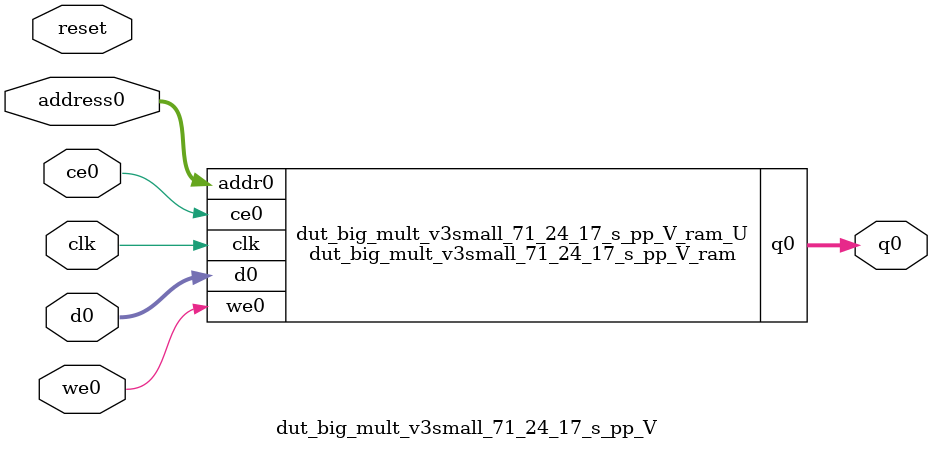
<source format=v>

`timescale 1 ns / 1 ps
module dut_big_mult_v3small_71_24_17_s_pp_V_ram (addr0, ce0, d0, we0, q0,  clk);

parameter DWIDTH = 41;
parameter AWIDTH = 3;
parameter MEM_SIZE = 5;

input[AWIDTH-1:0] addr0;
input ce0;
input[DWIDTH-1:0] d0;
input we0;
output reg[DWIDTH-1:0] q0;
input clk;

(* ram_style = "distributed" *)reg [DWIDTH-1:0] ram[MEM_SIZE-1:0];




always @(posedge clk)  
begin 
    if (ce0) 
    begin
        if (we0) 
        begin 
            ram[addr0] <= d0; 
            q0 <= d0;
        end 
        else 
            q0 <= ram[addr0];
    end
end


endmodule


`timescale 1 ns / 1 ps
module dut_big_mult_v3small_71_24_17_s_pp_V(
    reset,
    clk,
    address0,
    ce0,
    we0,
    d0,
    q0);

parameter DataWidth = 32'd41;
parameter AddressRange = 32'd5;
parameter AddressWidth = 32'd3;
input reset;
input clk;
input[AddressWidth - 1:0] address0;
input ce0;
input we0;
input[DataWidth - 1:0] d0;
output[DataWidth - 1:0] q0;



dut_big_mult_v3small_71_24_17_s_pp_V_ram dut_big_mult_v3small_71_24_17_s_pp_V_ram_U(
    .clk( clk ),
    .addr0( address0 ),
    .ce0( ce0 ),
    .d0( d0 ),
    .we0( we0 ),
    .q0( q0 ));

endmodule


</source>
